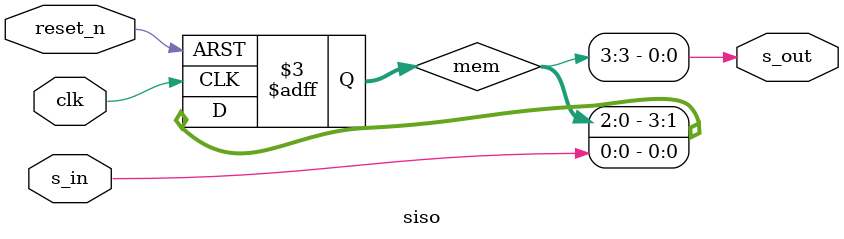
<source format=v>
`timescale 1ns / 1ps
module siso(s_in, clk, reset_n, s_out);
    input s_in;          //serial in
    input clk, reset_n;      
    output wire s_out;   //serial out
    
    reg [3:0] mem;
    
    always @(posedge clk, negedge reset_n)
    begin
        if(reset_n == 0)
            mem <= 4'd0;
        else
            mem <= {mem[2:0], s_in};
    end
    assign s_out = mem[3];
endmodule

</source>
